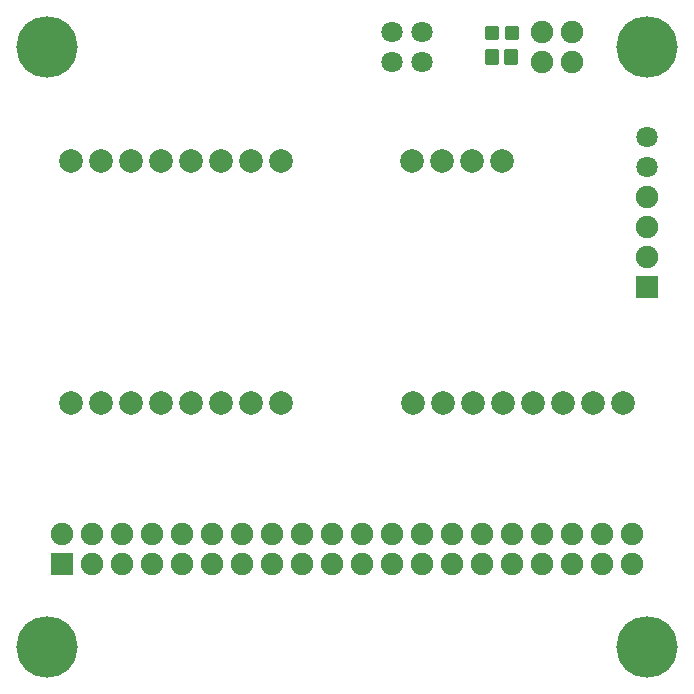
<source format=gts>
G04 Layer: TopSolderMaskLayer*
G04 EasyEDA v6.5.32, 2023-07-25 15:13:50*
G04 a282f81a537d4805a8fc574f192bbdcb,5a6b42c53f6a479593ecc07194224c93,10*
G04 Gerber Generator version 0.2*
G04 Scale: 100 percent, Rotated: No, Reflected: No *
G04 Dimensions in millimeters *
G04 leading zeros omitted , absolute positions ,4 integer and 5 decimal *
%FSLAX45Y45*%
%MOMM*%

%AMMACRO1*1,1,$1,$2,$3*1,1,$1,$4,$5*1,1,$1,0-$2,0-$3*1,1,$1,0-$4,0-$5*20,1,$1,$2,$3,$4,$5,0*20,1,$1,$4,$5,0-$2,0-$3,0*20,1,$1,0-$2,0-$3,0-$4,0-$5,0*20,1,$1,0-$4,0-$5,$2,$3,0*4,1,4,$2,$3,$4,$5,0-$2,0-$3,0-$4,0-$5,$2,$3,0*%
%ADD10C,1.9016*%
%ADD11MACRO1,0.1016X-0.9X-0.9X-0.9X0.9*%
%ADD12MACRO1,0.1016X-0.85X0.9X-0.85X-0.9*%
%ADD13MACRO1,0.2032X-0.45X-0.5X-0.45X0.5*%
%ADD14MACRO1,0.2032X0.5X-0.55X-0.5X-0.55*%
%ADD15C,5.2032*%
%ADD16C,2.0016*%
%ADD17C,1.8016*%

%LPD*%
D10*
G01*
X5334000Y1333500D03*
G01*
X5334000Y1079500D03*
G01*
X5080000Y1333500D03*
G01*
X5080000Y1079500D03*
G01*
X4826000Y1333500D03*
G01*
X4826000Y1079500D03*
G01*
X4572000Y1333500D03*
G01*
X4572000Y1079500D03*
G01*
X4318000Y1333500D03*
G01*
X4318000Y1079500D03*
G01*
X4064000Y1333500D03*
G01*
X4064000Y1079500D03*
G01*
X3810000Y1333500D03*
G01*
X3810000Y1079500D03*
G01*
X3556000Y1333500D03*
G01*
X3556000Y1079500D03*
G01*
X3302000Y1333500D03*
G01*
X3302000Y1079500D03*
G01*
X3048000Y1333500D03*
G01*
X3048000Y1079500D03*
G01*
X2794000Y1333500D03*
G01*
X2794000Y1079500D03*
G01*
X2540000Y1333500D03*
G01*
X2540000Y1079500D03*
G01*
X2286000Y1333500D03*
G01*
X2286000Y1079500D03*
G01*
X2032000Y1333500D03*
G01*
X2032000Y1079500D03*
G01*
X1778000Y1333500D03*
G01*
X1778000Y1079500D03*
G01*
X1524000Y1333500D03*
G01*
X1524000Y1079500D03*
G01*
X1270000Y1333500D03*
G01*
X1270000Y1079500D03*
G01*
X1016000Y1333500D03*
G01*
X1016000Y1079500D03*
G01*
X762000Y1333500D03*
G01*
X762000Y1079500D03*
G01*
X508000Y1333500D03*
D11*
G01*
X508000Y1079500D03*
D10*
G01*
X5461000Y4191000D03*
D12*
G01*
X5461001Y3429000D03*
D10*
G01*
X5461000Y3683000D03*
G01*
X5461000Y3937000D03*
D13*
G01*
X4144091Y5575292D03*
G01*
X4314090Y5575292D03*
D14*
G01*
X4149092Y5372100D03*
G01*
X4309092Y5372100D03*
D15*
G01*
X381000Y5461000D03*
G01*
X5461000Y5461000D03*
G01*
X5461000Y381000D03*
G01*
X381000Y381000D03*
D16*
G01*
X2362200Y4495800D03*
G01*
X2108200Y4495800D03*
G01*
X1854200Y4495800D03*
G01*
X1600200Y4495800D03*
G01*
X1346200Y4495800D03*
G01*
X1092200Y4495800D03*
G01*
X838200Y4495800D03*
G01*
X584200Y4495800D03*
D10*
G01*
X4572000Y5588000D03*
G01*
X4572000Y5334000D03*
G01*
X4826000Y5334000D03*
G01*
X4826000Y5588000D03*
D16*
G01*
X2358923Y2447493D03*
G01*
X2104923Y2447493D03*
G01*
X1850923Y2447493D03*
G01*
X1596923Y2447493D03*
G01*
X1342923Y2447493D03*
G01*
X1088923Y2447493D03*
G01*
X834923Y2447493D03*
G01*
X580923Y2447493D03*
G01*
X5254523Y2447493D03*
G01*
X5000523Y2447493D03*
G01*
X4746523Y2447493D03*
G01*
X4492523Y2447493D03*
G01*
X4238523Y2447493D03*
G01*
X3984523Y2447493D03*
G01*
X3730523Y2447493D03*
G01*
X3476523Y2447493D03*
D17*
G01*
X5461000Y4445000D03*
G01*
X5461000Y4699000D03*
G01*
X3302000Y5334000D03*
G01*
X3556000Y5334000D03*
G01*
X3556000Y5588000D03*
G01*
X3302000Y5588000D03*
D16*
G01*
X3724732Y4495774D03*
G01*
X3978732Y4495774D03*
G01*
X4232732Y4495774D03*
G01*
X3470732Y4495774D03*
M02*

</source>
